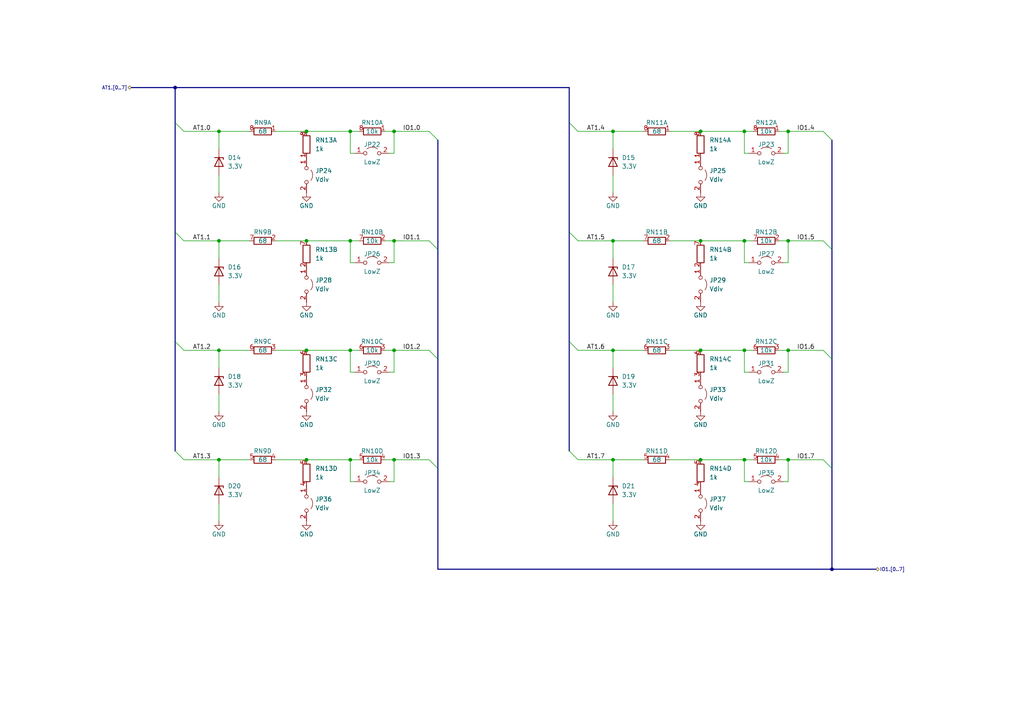
<source format=kicad_sch>
(kicad_sch (version 20211123) (generator eeschema)
  (paper "A4")
  (title_block (title "[canbrd] CAN/RS485 IO board") (date "2022-03-18") (rev "1.1"))
  (lib_symbols
    (symbol "Device:D_Zener" (pin_numbers hide) (pin_names (offset 1.016) hide)
      (property "Reference" "D" (at 0 2.54 0))
      (property "Value" "D_Zener" (at 0 -2.54 0))
      (symbol "D_Zener_0_1"
        (polyline (pts (xy 1.27 0) (xy -1.27 0)))
        (polyline (pts (xy -1.27 -1.27) (xy -1.27 1.27) (xy -0.762 1.27)) (stroke (width 0.254)))
        (polyline (pts (xy 1.27 -1.27) (xy 1.27 1.27) (xy -1.27 0) (xy 1.27 -1.27)) (stroke (width 0.254)))
      )
      (symbol "D_Zener_1_1"
        (pin passive line (at -3.81 0 0) (length 2.54) (name "K") (number "1"))
        (pin passive line (at 3.81 0 180) (length 2.54) (name "A") (number "2"))
      )
    )
    (symbol "Device:R_Pack04_Split" (pin_names (offset 0) hide)
      (property "Reference" "RN" (at 2.032 0 90))
      (property "Value" "R_Pack04_Split" (at 0 0 90))
      (symbol "R_Pack04_Split_0_1"
        (rectangle (start 1.016 2.54) (end -1.016 -2.54) (stroke (width 0.254)))
      )
      (symbol "R_Pack04_Split_1_1"
        (pin passive line (at 0 -3.81 90) (length 1.27) (name "R1.1") (number "1"))
        (pin passive line (at 0 3.81 270) (length 1.27) (name "R1.2") (number "8"))
      )
      (symbol "R_Pack04_Split_2_1"
        (pin passive line (at 0 -3.81 90) (length 1.27) (name "R2.1") (number "2"))
        (pin passive line (at 0 3.81 270) (length 1.27) (name "R2.2") (number "7"))
      )
      (symbol "R_Pack04_Split_3_1"
        (pin passive line (at 0 -3.81 90) (length 1.27) (name "R3.1") (number "3"))
        (pin passive line (at 0 3.81 270) (length 1.27) (name "R3.2") (number "6"))
      )
      (symbol "R_Pack04_Split_4_1"
        (pin passive line (at 0 -3.81 90) (length 1.27) (name "R4.1") (number "4"))
        (pin passive line (at 0 3.81 270) (length 1.27) (name "R4.2") (number "5"))
      )
    )
    (symbol "Jumper:Jumper_2_Open" (pin_names (offset 0) hide)
      (property "Reference" "JP" (at 0 2.794 0))
      (property "Value" "Jumper_2_Open" (at 0 -2.286 0))
      (symbol "Jumper_2_Open_0_0"
        (circle (center -2.032 0) (radius 0.508))
        (circle (center 2.032 0) (radius 0.508))
      )
      (symbol "Jumper_2_Open_0_1"
        (arc (start 1.524 1.27) (mid 0 1.778) (end -1.524 1.27))
      )
      (symbol "Jumper_2_Open_1_1"
        (pin passive line (at -5.08 0 0) (length 2.54) (name "A") (number "1"))
        (pin passive line (at 5.08 0 180) (length 2.54) (name "B") (number "2"))
      )
    )
    (symbol "power:GND" (power) (pin_names (offset 0))
      (property "Value" "GND" (at 0 -3.81 0))
      (symbol "GND_0_1"
        (polyline (pts (xy 0 0) (xy 0 -1.27) (xy 1.27 -1.27) (xy 0 -2.54) (xy -1.27 -1.27) (xy 0 -1.27)))
      )
      (symbol "GND_1_1"
        (pin power_in line (at 0 0 270) (length 0) hide (name "GND") (number "1"))
      )
    )
  )
  (junction (at 88.9 133.35))
  (junction (at 50.8 25.4))
  (junction (at 114.3 69.85))
  (junction (at 63.5 69.85))
  (junction (at 228.6 69.85))
  (junction (at 203.2 38.1))
  (junction (at 215.9 69.85))
  (junction (at 63.5 101.6))
  (junction (at 114.3 101.6))
  (junction (at 177.8 38.1))
  (junction (at 88.9 38.1))
  (junction (at 215.9 133.35))
  (junction (at 88.9 69.85))
  (junction (at 63.5 38.1))
  (junction (at 177.8 133.35))
  (junction (at 177.8 69.85))
  (junction (at 203.2 69.85))
  (junction (at 63.5 133.35))
  (junction (at 203.2 101.6))
  (junction (at 228.6 101.6))
  (junction (at 114.3 133.35))
  (junction (at 101.6 101.6))
  (junction (at 203.2 133.35))
  (junction (at 101.6 133.35))
  (junction (at 241.3 165.1))
  (junction (at 215.9 38.1))
  (junction (at 228.6 38.1))
  (junction (at 228.6 133.35))
  (junction (at 101.6 38.1))
  (junction (at 88.9 101.6))
  (junction (at 114.3 38.1))
  (junction (at 215.9 101.6))
  (junction (at 177.8 101.6))
  (junction (at 101.6 69.85))
  (bus_entry (at 50.8 67.31) (size 2.54 2.54))
  (bus_entry (at 241.3 40.64) (size -2.54 -2.54))
  (bus_entry (at 165.1 67.31) (size 2.54 2.54))
  (bus_entry (at 241.3 135.89) (size -2.54 -2.54))
  (bus_entry (at 241.3 72.39) (size -2.54 -2.54))
  (bus_entry (at 241.3 104.14) (size -2.54 -2.54))
  (bus_entry (at 127 104.14) (size -2.54 -2.54))
  (bus_entry (at 127 135.89) (size -2.54 -2.54))
  (bus_entry (at 165.1 99.06) (size 2.54 2.54))
  (bus_entry (at 127 40.64) (size -2.54 -2.54))
  (bus_entry (at 165.1 35.56) (size 2.54 2.54))
  (bus_entry (at 127 72.39) (size -2.54 -2.54))
  (bus_entry (at 50.8 35.56) (size 2.54 2.54))
  (bus_entry (at 50.8 99.06) (size 2.54 2.54))
  (bus_entry (at 165.1 130.81) (size 2.54 2.54))
  (bus_entry (at 50.8 130.81) (size 2.54 2.54))
  (wire (pts (xy 102.87 107.95) (xy 101.6 107.95)))
  (bus (pts (xy 165.1 99.06) (xy 165.1 130.81)))
  (wire (pts (xy 215.9 38.1) (xy 218.44 38.1)))
  (bus (pts (xy 127 104.14) (xy 127 135.89)))
  (wire (pts (xy 215.9 44.45) (xy 215.9 38.1)))
  (wire (pts (xy 114.3 139.7) (xy 113.03 139.7)))
  (wire (pts (xy 111.76 38.1) (xy 114.3 38.1)))
  (wire (pts (xy 114.3 38.1) (xy 124.46 38.1)))
  (wire (pts (xy 228.6 133.35) (xy 238.76 133.35)))
  (wire (pts (xy 53.34 133.35) (xy 63.5 133.35)))
  (wire (pts (xy 167.64 69.85) (xy 177.8 69.85)))
  (wire (pts (xy 228.6 133.35) (xy 228.6 139.7)))
  (wire (pts (xy 88.9 69.85) (xy 101.6 69.85)))
  (wire (pts (xy 228.6 139.7) (xy 227.33 139.7)))
  (wire (pts (xy 114.3 44.45) (xy 113.03 44.45)))
  (wire (pts (xy 194.31 101.6) (xy 203.2 101.6)))
  (wire (pts (xy 177.8 74.93) (xy 177.8 69.85)))
  (wire (pts (xy 63.5 133.35) (xy 72.39 133.35)))
  (bus (pts (xy 50.8 35.56) (xy 50.8 67.31)))
  (wire (pts (xy 177.8 38.1) (xy 186.69 38.1)))
  (wire (pts (xy 177.8 114.3) (xy 177.8 119.38)))
  (wire (pts (xy 63.5 101.6) (xy 72.39 101.6)))
  (bus (pts (xy 241.3 104.14) (xy 241.3 135.89)))
  (wire (pts (xy 177.8 106.68) (xy 177.8 101.6)))
  (wire (pts (xy 177.8 138.43) (xy 177.8 133.35)))
  (wire (pts (xy 114.3 69.85) (xy 114.3 76.2)))
  (wire (pts (xy 203.2 133.35) (xy 215.9 133.35)))
  (wire (pts (xy 88.9 38.1) (xy 101.6 38.1)))
  (wire (pts (xy 63.5 50.8) (xy 63.5 55.88)))
  (bus (pts (xy 127 72.39) (xy 127 104.14)))
  (wire (pts (xy 228.6 38.1) (xy 238.76 38.1)))
  (bus (pts (xy 38.1 25.4) (xy 50.8 25.4)))
  (wire (pts (xy 167.64 133.35) (xy 177.8 133.35)))
  (wire (pts (xy 226.06 38.1) (xy 228.6 38.1)))
  (wire (pts (xy 215.9 107.95) (xy 215.9 101.6)))
  (bus (pts (xy 165.1 35.56) (xy 165.1 67.31)))
  (wire (pts (xy 101.6 76.2) (xy 101.6 69.85)))
  (wire (pts (xy 114.3 133.35) (xy 114.3 139.7)))
  (wire (pts (xy 101.6 44.45) (xy 101.6 38.1)))
  (bus (pts (xy 254 165.1) (xy 241.3 165.1)))
  (wire (pts (xy 53.34 38.1) (xy 63.5 38.1)))
  (wire (pts (xy 80.01 101.6) (xy 88.9 101.6)))
  (wire (pts (xy 228.6 69.85) (xy 238.76 69.85)))
  (bus (pts (xy 50.8 99.06) (xy 50.8 130.81)))
  (wire (pts (xy 226.06 101.6) (xy 228.6 101.6)))
  (wire (pts (xy 203.2 69.85) (xy 215.9 69.85)))
  (wire (pts (xy 228.6 38.1) (xy 228.6 44.45)))
  (wire (pts (xy 217.17 107.95) (xy 215.9 107.95)))
  (wire (pts (xy 101.6 139.7) (xy 101.6 133.35)))
  (wire (pts (xy 226.06 133.35) (xy 228.6 133.35)))
  (wire (pts (xy 228.6 101.6) (xy 228.6 107.95)))
  (wire (pts (xy 194.31 38.1) (xy 203.2 38.1)))
  (bus (pts (xy 50.8 67.31) (xy 50.8 99.06)))
  (wire (pts (xy 63.5 69.85) (xy 72.39 69.85)))
  (bus (pts (xy 50.8 25.4) (xy 165.1 25.4)))
  (wire (pts (xy 114.3 133.35) (xy 124.46 133.35)))
  (wire (pts (xy 101.6 107.95) (xy 101.6 101.6)))
  (wire (pts (xy 167.64 38.1) (xy 177.8 38.1)))
  (wire (pts (xy 114.3 38.1) (xy 114.3 44.45)))
  (wire (pts (xy 63.5 114.3) (xy 63.5 119.38)))
  (wire (pts (xy 226.06 69.85) (xy 228.6 69.85)))
  (wire (pts (xy 111.76 69.85) (xy 114.3 69.85)))
  (wire (pts (xy 80.01 69.85) (xy 88.9 69.85)))
  (wire (pts (xy 114.3 101.6) (xy 124.46 101.6)))
  (wire (pts (xy 101.6 133.35) (xy 104.14 133.35)))
  (wire (pts (xy 194.31 133.35) (xy 203.2 133.35)))
  (bus (pts (xy 127 40.64) (xy 127 72.39)))
  (bus (pts (xy 165.1 25.4) (xy 165.1 35.56)))
  (wire (pts (xy 80.01 38.1) (xy 88.9 38.1)))
  (wire (pts (xy 101.6 38.1) (xy 104.14 38.1)))
  (bus (pts (xy 50.8 25.4) (xy 50.8 35.56)))
  (wire (pts (xy 114.3 101.6) (xy 114.3 107.95)))
  (wire (pts (xy 177.8 82.55) (xy 177.8 87.63)))
  (wire (pts (xy 228.6 101.6) (xy 238.76 101.6)))
  (wire (pts (xy 88.9 101.6) (xy 101.6 101.6)))
  (bus (pts (xy 241.3 135.89) (xy 241.3 165.1)))
  (wire (pts (xy 63.5 106.68) (xy 63.5 101.6)))
  (wire (pts (xy 177.8 146.05) (xy 177.8 151.13)))
  (wire (pts (xy 63.5 146.05) (xy 63.5 151.13)))
  (wire (pts (xy 217.17 44.45) (xy 215.9 44.45)))
  (wire (pts (xy 63.5 74.93) (xy 63.5 69.85)))
  (wire (pts (xy 228.6 69.85) (xy 228.6 76.2)))
  (wire (pts (xy 215.9 101.6) (xy 218.44 101.6)))
  (wire (pts (xy 114.3 107.95) (xy 113.03 107.95)))
  (wire (pts (xy 53.34 69.85) (xy 63.5 69.85)))
  (wire (pts (xy 203.2 101.6) (xy 215.9 101.6)))
  (bus (pts (xy 165.1 67.31) (xy 165.1 99.06)))
  (wire (pts (xy 228.6 44.45) (xy 227.33 44.45)))
  (wire (pts (xy 228.6 76.2) (xy 227.33 76.2)))
  (bus (pts (xy 241.3 40.64) (xy 241.3 72.39)))
  (wire (pts (xy 177.8 101.6) (xy 186.69 101.6)))
  (wire (pts (xy 80.01 133.35) (xy 88.9 133.35)))
  (bus (pts (xy 241.3 72.39) (xy 241.3 104.14)))
  (wire (pts (xy 63.5 38.1) (xy 72.39 38.1)))
  (wire (pts (xy 217.17 76.2) (xy 215.9 76.2)))
  (bus (pts (xy 127 135.89) (xy 127 165.1)))
  (wire (pts (xy 177.8 69.85) (xy 186.69 69.85)))
  (wire (pts (xy 114.3 69.85) (xy 124.46 69.85)))
  (wire (pts (xy 194.31 69.85) (xy 203.2 69.85)))
  (wire (pts (xy 215.9 139.7) (xy 215.9 133.35)))
  (wire (pts (xy 102.87 44.45) (xy 101.6 44.45)))
  (wire (pts (xy 53.34 101.6) (xy 63.5 101.6)))
  (bus (pts (xy 127 165.1) (xy 241.3 165.1)))
  (wire (pts (xy 111.76 101.6) (xy 114.3 101.6)))
  (wire (pts (xy 101.6 101.6) (xy 104.14 101.6)))
  (wire (pts (xy 177.8 133.35) (xy 186.69 133.35)))
  (wire (pts (xy 63.5 138.43) (xy 63.5 133.35)))
  (wire (pts (xy 102.87 76.2) (xy 101.6 76.2)))
  (wire (pts (xy 215.9 76.2) (xy 215.9 69.85)))
  (wire (pts (xy 177.8 43.18) (xy 177.8 38.1)))
  (wire (pts (xy 177.8 50.8) (xy 177.8 55.88)))
  (wire (pts (xy 88.9 133.35) (xy 101.6 133.35)))
  (wire (pts (xy 215.9 133.35) (xy 218.44 133.35)))
  (wire (pts (xy 228.6 107.95) (xy 227.33 107.95)))
  (wire (pts (xy 203.2 38.1) (xy 215.9 38.1)))
  (wire (pts (xy 63.5 43.18) (xy 63.5 38.1)))
  (wire (pts (xy 217.17 139.7) (xy 215.9 139.7)))
  (wire (pts (xy 167.64 101.6) (xy 177.8 101.6)))
  (wire (pts (xy 215.9 69.85) (xy 218.44 69.85)))
  (wire (pts (xy 111.76 133.35) (xy 114.3 133.35)))
  (wire (pts (xy 114.3 76.2) (xy 113.03 76.2)))
  (wire (pts (xy 101.6 69.85) (xy 104.14 69.85)))
  (wire (pts (xy 102.87 139.7) (xy 101.6 139.7)))
  (wire (pts (xy 63.5 82.55) (xy 63.5 87.63)))
  (label "IO1.3" (at 116.84 133.35 0))
  (label "IO1.4" (at 231.14 38.1 0))
  (label "IO1.1" (at 116.84 69.85 0))
  (label "IO1.7" (at 231.14 133.35 0))
  (label "AT1.0" (at 55.88 38.1 0))
  (label "AT1.3" (at 55.88 133.35 0))
  (label "AT1.1" (at 55.88 69.85 0))
  (label "IO1.0" (at 116.84 38.1 0))
  (label "IO1.5" (at 231.14 69.85 0))
  (label "AT1.2" (at 55.88 101.6 0))
  (label "IO1.6" (at 231.14 101.6 0))
  (label "IO1.2" (at 116.84 101.6 0))
  (label "AT1.4" (at 170.18 38.1 0))
  (label "AT1.5" (at 170.18 69.85 0))
  (label "AT1.7" (at 170.18 133.35 0))
  (label "AT1.6" (at 170.18 101.6 0))
  (hierarchical_label "IO1.[0..7]" (shape bidirectional) (at 254 165.1 0) (effects (font (size 1 1))))
  (hierarchical_label "AT1.[0..7]" (shape bidirectional) (at 38.1 25.4 180) (effects (font (size 1 1))))
  (symbol (lib_id "power:GND") (at 63.5 151.13 0) (unit 1)
    (property "Reference" "#PWR095" (effects hide))
    (property "Value" "GND" (at 63.5 154.94 0))
  )
  (symbol (lib_id "Device:R_Pack04_Split") (at 203.2 41.91 0) (unit 1)
    (property "Reference" "RN14" (at 205.74 40.6399 0) (effects (justify left)))
    (property "Value" "1k" (at 205.74 43.1799 0) (effects (justify left)))
    (property "Footprint" "Resistor_SMD:R_Array_Convex_4x0603" (effects hide))
  )
  (symbol (lib_id "Device:D_Zener") (at 63.5 78.74 270) (unit 1)
    (property "Reference" "D16" (at 66.04 77.47 90) (effects (justify left)))
    (property "Value" "3.3V" (at 66.04 80.01 90) (effects (justify left)))
    (property "Footprint" "Diode_SMD:D_SOD-123" (effects hide))
  )
  (symbol (lib_id "Jumper:Jumper_2_Open") (at 222.25 76.2 0) (unit 1)
    (property "Reference" "JP27" (at 222.25 73.66 0))
    (property "Value" "LowZ" (at 222.25 78.74 0))
    (property "Footprint" "Jumper:SolderJumper-2_P1.3mm_Open_TrianglePad1.0x1.5mm" (effects hide))
  )
  (symbol (lib_id "Jumper:Jumper_2_Open") (at 88.9 114.3 270) (unit 1)
    (property "Reference" "JP32" (at 91.44 113.03 90) (effects (justify left)))
    (property "Value" "Vdiv" (at 91.44 115.57 90) (effects (justify left)))
    (property "Footprint" "Jumper:SolderJumper-2_P1.3mm_Open_TrianglePad1.0x1.5mm" (effects hide))
  )
  (symbol (lib_id "Jumper:Jumper_2_Open") (at 88.9 146.05 270) (unit 1)
    (property "Reference" "JP36" (at 91.44 144.78 90) (effects (justify left)))
    (property "Value" "Vdiv" (at 91.44 147.32 90) (effects (justify left)))
    (property "Footprint" "Jumper:SolderJumper-2_P1.3mm_Open_TrianglePad1.0x1.5mm" (effects hide))
  )
  (symbol (lib_id "Jumper:Jumper_2_Open") (at 107.95 76.2 0) (unit 1)
    (property "Reference" "JP26" (at 107.95 73.66 0))
    (property "Value" "LowZ" (at 107.95 78.74 0))
    (property "Footprint" "Jumper:SolderJumper-2_P1.3mm_Open_TrianglePad1.0x1.5mm" (effects hide))
  )
  (symbol (lib_id "Jumper:Jumper_2_Open") (at 107.95 107.95 0) (unit 1)
    (property "Reference" "JP30" (at 107.95 105.41 0))
    (property "Value" "LowZ" (at 107.95 110.49 0))
    (property "Footprint" "Jumper:SolderJumper-2_P1.3mm_Open_TrianglePad1.0x1.5mm" (effects hide))
  )
  (symbol (lib_id "Device:R_Pack04_Split") (at 76.2 133.35 90) (unit 4)
    (property "Reference" "RN9" (at 76.2 130.81 90))
    (property "Value" "68" (at 76.2 133.35 90))
    (property "Footprint" "Resistor_SMD:R_Array_Convex_4x0603" (effects hide))
  )
  (symbol (lib_id "Device:R_Pack04_Split") (at 88.9 137.16 0) (unit 4)
    (property "Reference" "RN13" (at 91.44 135.8899 0) (effects (justify left)))
    (property "Value" "1k" (at 91.44 138.4299 0) (effects (justify left)))
    (property "Footprint" "Resistor_SMD:R_Array_Convex_4x0603" (effects hide))
  )
  (symbol (lib_id "Device:R_Pack04_Split") (at 88.9 73.66 0) (unit 2)
    (property "Reference" "RN13" (at 91.44 72.3899 0) (effects (justify left)))
    (property "Value" "1k" (at 91.44 74.9299 0) (effects (justify left)))
    (property "Footprint" "Resistor_SMD:R_Array_Convex_4x0603" (effects hide))
  )
  (symbol (lib_id "Jumper:Jumper_2_Open") (at 203.2 82.55 270) (unit 1)
    (property "Reference" "JP29" (at 205.74 81.28 90) (effects (justify left)))
    (property "Value" "Vdiv" (at 205.74 83.82 90) (effects (justify left)))
    (property "Footprint" "Jumper:SolderJumper-2_P1.3mm_Open_TrianglePad1.0x1.5mm" (effects hide))
  )
  (symbol (lib_id "Device:D_Zener") (at 177.8 110.49 270) (unit 1)
    (property "Reference" "D19" (at 180.34 109.22 90) (effects (justify left)))
    (property "Value" "3.3V" (at 180.34 111.76 90) (effects (justify left)))
    (property "Footprint" "Diode_SMD:D_SOD-123" (effects hide))
  )
  (symbol (lib_id "Device:D_Zener") (at 63.5 110.49 270) (unit 1)
    (property "Reference" "D18" (at 66.04 109.22 90) (effects (justify left)))
    (property "Value" "3.3V" (at 66.04 111.76 90) (effects (justify left)))
    (property "Footprint" "Diode_SMD:D_SOD-123" (effects hide))
  )
  (symbol (lib_id "Device:R_Pack04_Split") (at 222.25 69.85 90) (unit 2)
    (property "Reference" "RN12" (at 222.25 67.31 90))
    (property "Value" "10k" (at 222.25 69.85 90))
    (property "Footprint" "Resistor_SMD:R_Array_Convex_4x0603" (effects hide))
  )
  (symbol (lib_id "Device:R_Pack04_Split") (at 203.2 73.66 0) (unit 2)
    (property "Reference" "RN14" (at 205.74 72.3899 0) (effects (justify left)))
    (property "Value" "1k" (at 205.74 74.9299 0) (effects (justify left)))
    (property "Footprint" "Resistor_SMD:R_Array_Convex_4x0603" (effects hide))
  )
  (symbol (lib_id "Device:D_Zener") (at 177.8 78.74 270) (unit 1)
    (property "Reference" "D17" (at 180.34 77.47 90) (effects (justify left)))
    (property "Value" "3.3V" (at 180.34 80.01 90) (effects (justify left)))
    (property "Footprint" "Diode_SMD:D_SOD-123" (effects hide))
  )
  (symbol (lib_id "Device:R_Pack04_Split") (at 190.5 133.35 90) (unit 4)
    (property "Reference" "RN11" (at 190.5 130.81 90))
    (property "Value" "68" (at 190.5 133.35 90))
    (property "Footprint" "Resistor_SMD:R_Array_Convex_4x0603" (effects hide))
  )
  (symbol (lib_id "Jumper:Jumper_2_Open") (at 88.9 50.8 270) (unit 1)
    (property "Reference" "JP24" (at 91.44 49.53 90) (effects (justify left)))
    (property "Value" "Vdiv" (at 91.44 52.07 90) (effects (justify left)))
    (property "Footprint" "Jumper:SolderJumper-2_P1.3mm_Open_TrianglePad1.0x1.5mm" (effects hide))
  )
  (symbol (lib_id "power:GND") (at 63.5 87.63 0) (unit 1)
    (property "Reference" "#PWR087" (effects hide))
    (property "Value" "GND" (at 63.5 91.44 0))
  )
  (symbol (lib_id "Jumper:Jumper_2_Open") (at 203.2 114.3 270) (unit 1)
    (property "Reference" "JP33" (at 205.74 113.03 90) (effects (justify left)))
    (property "Value" "Vdiv" (at 205.74 115.57 90) (effects (justify left)))
    (property "Footprint" "Jumper:SolderJumper-2_P1.3mm_Open_TrianglePad1.0x1.5mm" (effects hide))
  )
  (symbol (lib_id "power:GND") (at 63.5 55.88 0) (unit 1)
    (property "Reference" "#PWR083" (effects hide))
    (property "Value" "GND" (at 63.5 59.69 0))
  )
  (symbol (lib_id "Jumper:Jumper_2_Open") (at 107.95 44.45 0) (unit 1)
    (property "Reference" "JP22" (at 107.95 41.91 0))
    (property "Value" "LowZ" (at 107.95 46.99 0))
    (property "Footprint" "Jumper:SolderJumper-2_P1.3mm_Open_TrianglePad1.0x1.5mm" (effects hide))
  )
  (symbol (lib_id "power:GND") (at 177.8 151.13 0) (unit 1)
    (property "Reference" "#PWR097" (effects hide))
    (property "Value" "GND" (at 177.8 154.94 0))
  )
  (symbol (lib_id "Device:R_Pack04_Split") (at 76.2 101.6 90) (unit 3)
    (property "Reference" "RN9" (at 76.2 99.06 90))
    (property "Value" "68" (at 76.2 101.6 90))
    (property "Footprint" "Resistor_SMD:R_Array_Convex_4x0603" (effects hide))
  )
  (symbol (lib_id "Device:D_Zener") (at 63.5 46.99 270) (unit 1)
    (property "Reference" "D14" (at 66.04 45.72 90) (effects (justify left)))
    (property "Value" "3.3V" (at 66.04 48.26 90) (effects (justify left)))
    (property "Footprint" "Diode_SMD:D_SOD-123" (effects hide))
  )
  (symbol (lib_id "Jumper:Jumper_2_Open") (at 222.25 44.45 0) (unit 1)
    (property "Reference" "JP23" (at 222.25 41.91 0))
    (property "Value" "LowZ" (at 222.25 46.99 0))
    (property "Footprint" "Jumper:SolderJumper-2_P1.3mm_Open_TrianglePad1.0x1.5mm" (effects hide))
  )
  (symbol (lib_id "power:GND") (at 203.2 87.63 0) (unit 1)
    (property "Reference" "#PWR090" (effects hide))
    (property "Value" "GND" (at 203.2 91.44 0))
  )
  (symbol (lib_id "Device:R_Pack04_Split") (at 222.25 101.6 90) (unit 3)
    (property "Reference" "RN12" (at 222.25 99.06 90))
    (property "Value" "10k" (at 222.25 101.6 90))
    (property "Footprint" "Resistor_SMD:R_Array_Convex_4x0603" (effects hide))
  )
  (symbol (lib_id "Jumper:Jumper_2_Open") (at 203.2 146.05 270) (unit 1)
    (property "Reference" "JP37" (at 205.74 144.78 90) (effects (justify left)))
    (property "Value" "Vdiv" (at 205.74 147.32 90) (effects (justify left)))
    (property "Footprint" "Jumper:SolderJumper-2_P1.3mm_Open_TrianglePad1.0x1.5mm" (effects hide))
  )
  (symbol (lib_id "Device:R_Pack04_Split") (at 88.9 41.91 0) (unit 1)
    (property "Reference" "RN13" (at 91.44 40.6399 0) (effects (justify left)))
    (property "Value" "1k" (at 91.44 43.1799 0) (effects (justify left)))
    (property "Footprint" "Resistor_SMD:R_Array_Convex_4x0603" (effects hide))
  )
  (symbol (lib_id "Device:R_Pack04_Split") (at 107.95 38.1 90) (unit 1)
    (property "Reference" "RN10" (at 107.95 35.56 90))
    (property "Value" "10k" (at 107.95 38.1 90))
    (property "Footprint" "Resistor_SMD:R_Array_Convex_4x0603" (effects hide))
  )
  (symbol (lib_id "Device:R_Pack04_Split") (at 203.2 105.41 0) (unit 3)
    (property "Reference" "RN14" (at 205.74 104.1399 0) (effects (justify left)))
    (property "Value" "1k" (at 205.74 106.6799 0) (effects (justify left)))
    (property "Footprint" "Resistor_SMD:R_Array_Convex_4x0603" (effects hide))
  )
  (symbol (lib_id "power:GND") (at 88.9 119.38 0) (unit 1)
    (property "Reference" "#PWR092" (effects hide))
    (property "Value" "GND" (at 88.9 123.19 0))
  )
  (symbol (lib_id "Device:R_Pack04_Split") (at 222.25 133.35 90) (unit 4)
    (property "Reference" "RN12" (at 222.25 130.81 90))
    (property "Value" "10k" (at 222.25 133.35 90))
    (property "Footprint" "Resistor_SMD:R_Array_Convex_4x0603" (effects hide))
  )
  (symbol (lib_id "Device:R_Pack04_Split") (at 190.5 69.85 90) (unit 2)
    (property "Reference" "RN11" (at 190.5 67.31 90))
    (property "Value" "68" (at 190.5 69.85 90))
    (property "Footprint" "Resistor_SMD:R_Array_Convex_4x0603" (effects hide))
  )
  (symbol (lib_id "Device:R_Pack04_Split") (at 76.2 38.1 90) (unit 1)
    (property "Reference" "RN9" (at 76.2 35.56 90))
    (property "Value" "68" (at 76.2 38.1 90))
    (property "Footprint" "Resistor_SMD:R_Array_Convex_4x0603" (effects hide))
  )
  (symbol (lib_id "power:GND") (at 177.8 55.88 0) (unit 1)
    (property "Reference" "#PWR085" (effects hide))
    (property "Value" "GND" (at 177.8 59.69 0))
  )
  (symbol (lib_id "power:GND") (at 88.9 55.88 0) (unit 1)
    (property "Reference" "#PWR084" (effects hide))
    (property "Value" "GND" (at 88.9 59.69 0))
  )
  (symbol (lib_id "power:GND") (at 203.2 151.13 0) (unit 1)
    (property "Reference" "#PWR098" (effects hide))
    (property "Value" "GND" (at 203.2 154.94 0))
  )
  (symbol (lib_id "Jumper:Jumper_2_Open") (at 222.25 107.95 0) (unit 1)
    (property "Reference" "JP31" (at 222.25 105.41 0))
    (property "Value" "LowZ" (at 222.25 110.49 0))
    (property "Footprint" "Jumper:SolderJumper-2_P1.3mm_Open_TrianglePad1.0x1.5mm" (effects hide))
  )
  (symbol (lib_id "Device:R_Pack04_Split") (at 107.95 69.85 90) (unit 2)
    (property "Reference" "RN10" (at 107.95 67.31 90))
    (property "Value" "10k" (at 107.95 69.85 90))
    (property "Footprint" "Resistor_SMD:R_Array_Convex_4x0603" (effects hide))
  )
  (symbol (lib_id "Device:R_Pack04_Split") (at 76.2 69.85 90) (unit 2)
    (property "Reference" "RN9" (at 76.2 67.31 90))
    (property "Value" "68" (at 76.2 69.85 90))
    (property "Footprint" "Resistor_SMD:R_Array_Convex_4x0603" (effects hide))
  )
  (symbol (lib_id "Device:D_Zener") (at 63.5 142.24 270) (unit 1)
    (property "Reference" "D20" (at 66.04 140.97 90) (effects (justify left)))
    (property "Value" "3.3V" (at 66.04 143.51 90) (effects (justify left)))
    (property "Footprint" "Diode_SMD:D_SOD-123" (effects hide))
  )
  (symbol (lib_id "power:GND") (at 88.9 87.63 0) (unit 1)
    (property "Reference" "#PWR088" (effects hide))
    (property "Value" "GND" (at 88.9 91.44 0))
  )
  (symbol (lib_id "power:GND") (at 88.9 151.13 0) (unit 1)
    (property "Reference" "#PWR096" (effects hide))
    (property "Value" "GND" (at 88.9 154.94 0))
  )
  (symbol (lib_id "Device:D_Zener") (at 177.8 142.24 270) (unit 1)
    (property "Reference" "D21" (at 180.34 140.97 90) (effects (justify left)))
    (property "Value" "3.3V" (at 180.34 143.51 90) (effects (justify left)))
    (property "Footprint" "Diode_SMD:D_SOD-123" (effects hide))
  )
  (symbol (lib_id "Device:R_Pack04_Split") (at 190.5 101.6 90) (unit 3)
    (property "Reference" "RN11" (at 190.5 99.06 90))
    (property "Value" "68" (at 190.5 101.6 90))
    (property "Footprint" "Resistor_SMD:R_Array_Convex_4x0603" (effects hide))
  )
  (symbol (lib_id "Device:R_Pack04_Split") (at 222.25 38.1 90) (unit 1)
    (property "Reference" "RN12" (at 222.25 35.56 90))
    (property "Value" "10k" (at 222.25 38.1 90))
    (property "Footprint" "Resistor_SMD:R_Array_Convex_4x0603" (effects hide))
  )
  (symbol (lib_id "Device:R_Pack04_Split") (at 190.5 38.1 90) (unit 1)
    (property "Reference" "RN11" (at 190.5 35.56 90))
    (property "Value" "68" (at 190.5 38.1 90))
    (property "Footprint" "Resistor_SMD:R_Array_Convex_4x0603" (effects hide))
  )
  (symbol (lib_id "power:GND") (at 203.2 119.38 0) (unit 1)
    (property "Reference" "#PWR094" (effects hide))
    (property "Value" "GND" (at 203.2 123.19 0))
  )
  (symbol (lib_id "power:GND") (at 177.8 119.38 0) (unit 1)
    (property "Reference" "#PWR093" (effects hide))
    (property "Value" "GND" (at 177.8 123.19 0))
  )
  (symbol (lib_id "power:GND") (at 203.2 55.88 0) (unit 1)
    (property "Reference" "#PWR086" (effects hide))
    (property "Value" "GND" (at 203.2 59.69 0))
  )
  (symbol (lib_id "power:GND") (at 177.8 87.63 0) (unit 1)
    (property "Reference" "#PWR089" (effects hide))
    (property "Value" "GND" (at 177.8 91.44 0))
  )
  (symbol (lib_id "Jumper:Jumper_2_Open") (at 107.95 139.7 0) (unit 1)
    (property "Reference" "JP34" (at 107.95 137.16 0))
    (property "Value" "LowZ" (at 107.95 142.24 0))
    (property "Footprint" "Jumper:SolderJumper-2_P1.3mm_Open_TrianglePad1.0x1.5mm" (effects hide))
  )
  (symbol (lib_id "Jumper:Jumper_2_Open") (at 222.25 139.7 0) (unit 1)
    (property "Reference" "JP35" (at 222.25 137.16 0))
    (property "Value" "LowZ" (at 222.25 142.24 0))
    (property "Footprint" "Jumper:SolderJumper-2_P1.3mm_Open_TrianglePad1.0x1.5mm" (effects hide))
  )
  (symbol (lib_id "Device:R_Pack04_Split") (at 88.9 105.41 0) (unit 3)
    (property "Reference" "RN13" (at 91.44 104.1399 0) (effects (justify left)))
    (property "Value" "1k" (at 91.44 106.6799 0) (effects (justify left)))
    (property "Footprint" "Resistor_SMD:R_Array_Convex_4x0603" (effects hide))
  )
  (symbol (lib_id "Device:R_Pack04_Split") (at 107.95 133.35 90) (unit 4)
    (property "Reference" "RN10" (at 107.95 130.81 90))
    (property "Value" "10k" (at 107.95 133.35 90))
    (property "Footprint" "Resistor_SMD:R_Array_Convex_4x0603" (effects hide))
  )
  (symbol (lib_id "Device:D_Zener") (at 177.8 46.99 270) (unit 1)
    (property "Reference" "D15" (at 180.34 45.72 90) (effects (justify left)))
    (property "Value" "3.3V" (at 180.34 48.26 90) (effects (justify left)))
    (property "Footprint" "Diode_SMD:D_SOD-123" (effects hide))
  )
  (symbol (lib_id "Jumper:Jumper_2_Open") (at 88.9 82.55 270) (unit 1)
    (property "Reference" "JP28" (at 91.44 81.28 90) (effects (justify left)))
    (property "Value" "Vdiv" (at 91.44 83.82 90) (effects (justify left)))
    (property "Footprint" "Jumper:SolderJumper-2_P1.3mm_Open_TrianglePad1.0x1.5mm" (effects hide))
  )
  (symbol (lib_id "Jumper:Jumper_2_Open") (at 203.2 50.8 270) (unit 1)
    (property "Reference" "JP25" (at 205.74 49.53 90) (effects (justify left)))
    (property "Value" "Vdiv" (at 205.74 52.07 90) (effects (justify left)))
    (property "Footprint" "Jumper:SolderJumper-2_P1.3mm_Open_TrianglePad1.0x1.5mm" (effects hide))
  )
  (symbol (lib_id "Device:R_Pack04_Split") (at 203.2 137.16 0) (unit 4)
    (property "Reference" "RN14" (at 205.74 135.8899 0) (effects (justify left)))
    (property "Value" "1k" (at 205.74 138.4299 0) (effects (justify left)))
    (property "Footprint" "Resistor_SMD:R_Array_Convex_4x0603" (effects hide))
  )
  (symbol (lib_id "Device:R_Pack04_Split") (at 107.95 101.6 90) (unit 3)
    (property "Reference" "RN10" (at 107.95 99.06 90))
    (property "Value" "10k" (at 107.95 101.6 90))
    (property "Footprint" "Resistor_SMD:R_Array_Convex_4x0603" (effects hide))
  )
  (symbol (lib_id "power:GND") (at 63.5 119.38 0) (unit 1)
    (property "Reference" "#PWR091" (effects hide))
    (property "Value" "GND" (at 63.5 123.19 0))
  )
)
</source>
